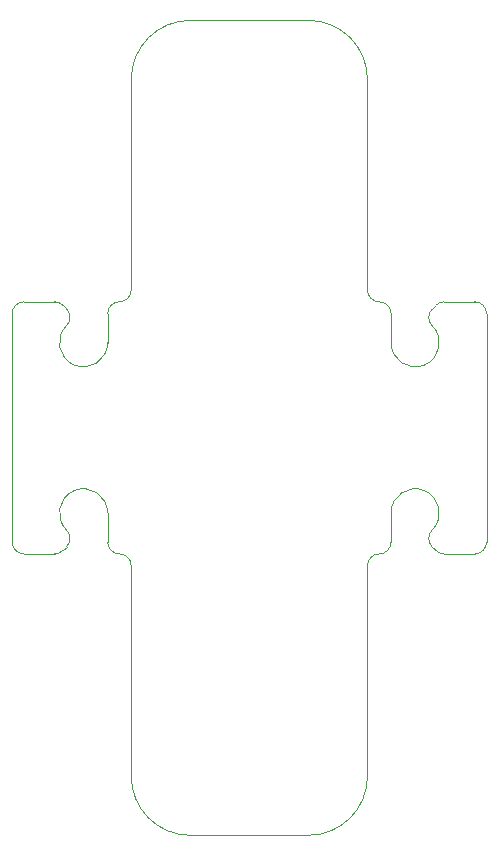
<source format=gm1>
G04 #@! TF.GenerationSoftware,KiCad,Pcbnew,(5.1.5-0-10_14)*
G04 #@! TF.CreationDate,2020-04-03T00:26:55-07:00*
G04 #@! TF.ProjectId,bike-light-board,62696b65-2d6c-4696-9768-742d626f6172,rev?*
G04 #@! TF.SameCoordinates,Original*
G04 #@! TF.FileFunction,Profile,NP*
%FSLAX46Y46*%
G04 Gerber Fmt 4.6, Leading zero omitted, Abs format (unit mm)*
G04 Created by KiCad (PCBNEW (5.1.5-0-10_14)) date 2020-04-03 00:26:55*
%MOMM*%
%LPD*%
G04 APERTURE LIST*
%ADD10C,0.050000*%
G04 APERTURE END LIST*
D10*
X144505786Y-93000000D02*
G75*
G02X145212893Y-93292893I0J-1000000D01*
G01*
X145522651Y-93602653D02*
G75*
G02X145519556Y-95019947I-707106J-707106D01*
G01*
X145522651Y-93602652D02*
X145212893Y-93292893D01*
X141920000Y-114341014D02*
G75*
G02X140920000Y-113341014I0J1000000D01*
G01*
X141920000Y-114341014D02*
X144505786Y-114341014D01*
X170999999Y-133170507D02*
X170999999Y-115341014D01*
X145212893Y-114048121D02*
G75*
G02X144505786Y-114341014I-707107J707107D01*
G01*
X170999998Y-115341013D02*
G75*
G02X171999999Y-114341014I1000000J-1D01*
G01*
X145212893Y-114048121D02*
X145522651Y-113738362D01*
X172999999Y-113341014D02*
G75*
G02X171999999Y-114341014I-1000000J0D01*
G01*
X145519557Y-112321067D02*
G75*
G02X145522651Y-113738362I-704012J-710188D01*
G01*
X172999999Y-113341014D02*
X172999999Y-110870506D01*
X145519557Y-112321066D02*
G75*
G02X149000000Y-110870506I1437943J1450560D01*
G01*
X176787105Y-93292893D02*
X176477347Y-93602652D01*
X148999999Y-96470507D02*
G75*
G02X145519556Y-95019947I-2042500J0D01*
G01*
X140920000Y-94000000D02*
X140920000Y-113341014D01*
X140920000Y-94000000D02*
G75*
G02X141920000Y-93000000I1000000J0D01*
G01*
X144505786Y-93000000D02*
X141920000Y-93000000D01*
X176787105Y-93292893D02*
G75*
G02X177494212Y-93000000I707107J-707107D01*
G01*
X180079998Y-93000000D02*
X177494212Y-93000000D01*
X180079998Y-93000000D02*
G75*
G02X181079998Y-94000000I0J-1000000D01*
G01*
X170999999Y-133170507D02*
G75*
G02X165999999Y-138170507I-5000000J0D01*
G01*
X181079998Y-113341014D02*
X181079998Y-94000000D01*
X155999999Y-138170507D02*
X165999999Y-138170507D01*
X181079998Y-113341014D02*
G75*
G02X180079998Y-114341014I-1000000J0D01*
G01*
X155999999Y-138170507D02*
G75*
G02X150999999Y-133170507I0J5000000D01*
G01*
X177494212Y-114341014D02*
X180079998Y-114341014D01*
X150999999Y-115341014D02*
X150999999Y-133170507D01*
X177494212Y-114341014D02*
G75*
G02X176787105Y-114048121I0J1000000D01*
G01*
X149999999Y-114341014D02*
G75*
G02X150999999Y-115341014I0J-1000000D01*
G01*
X176477347Y-113738362D02*
X176787105Y-114048121D01*
X150000000Y-114341014D02*
G75*
G02X149000000Y-113341014I0J1000000D01*
G01*
X176480441Y-95019947D02*
G75*
G02X176477347Y-93602652I704012J710188D01*
G01*
X176480442Y-95019947D02*
G75*
G02X172999999Y-96470507I-1437943J-1450560D01*
G01*
X150999999Y-74170508D02*
G75*
G02X155999999Y-69170508I5000000J0D01*
G01*
X150999999Y-74170508D02*
X150999999Y-92000000D01*
X149000000Y-94000000D02*
X149000000Y-96470507D01*
X165999998Y-69170507D02*
G75*
G02X170999999Y-74170508I0J-5000001D01*
G01*
X165999998Y-69170508D02*
X155999999Y-69170508D01*
X151000000Y-92000000D02*
G75*
G02X150000000Y-93000000I-1000000J0D01*
G01*
X176477347Y-113738361D02*
G75*
G02X176480442Y-112321067I707106J707106D01*
G01*
X149000000Y-110870506D02*
X149000000Y-113341014D01*
X172999999Y-110870505D02*
G75*
G02X176480442Y-112321067I2042500J-1D01*
G01*
X172999999Y-96470507D02*
X172999999Y-94000000D01*
X171999998Y-93000000D02*
G75*
G02X172999998Y-94000000I0J-1000000D01*
G01*
X171999999Y-93000000D02*
G75*
G02X170999999Y-92000000I0J1000000D01*
G01*
X170999999Y-92000000D02*
X170999999Y-74170507D01*
X149000000Y-94000000D02*
G75*
G02X150000000Y-93000000I1000000J0D01*
G01*
M02*

</source>
